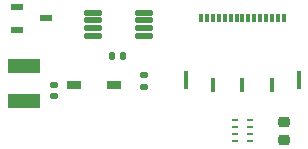
<source format=gbp>
%TF.GenerationSoftware,KiCad,Pcbnew,9.0.4*%
%TF.CreationDate,2026-02-10T01:39:38-05:00*%
%TF.ProjectId,main_board_peripheral_v3,6d61696e-5f62-46f6-9172-645f70657269,rev?*%
%TF.SameCoordinates,Original*%
%TF.FileFunction,Paste,Bot*%
%TF.FilePolarity,Positive*%
%FSLAX46Y46*%
G04 Gerber Fmt 4.6, Leading zero omitted, Abs format (unit mm)*
G04 Created by KiCad (PCBNEW 9.0.4) date 2026-02-10 01:39:38*
%MOMM*%
%LPD*%
G01*
G04 APERTURE LIST*
G04 Aperture macros list*
%AMRoundRect*
0 Rectangle with rounded corners*
0 $1 Rounding radius*
0 $2 $3 $4 $5 $6 $7 $8 $9 X,Y pos of 4 corners*
0 Add a 4 corners polygon primitive as box body*
4,1,4,$2,$3,$4,$5,$6,$7,$8,$9,$2,$3,0*
0 Add four circle primitives for the rounded corners*
1,1,$1+$1,$2,$3*
1,1,$1+$1,$4,$5*
1,1,$1+$1,$6,$7*
1,1,$1+$1,$8,$9*
0 Add four rect primitives between the rounded corners*
20,1,$1+$1,$2,$3,$4,$5,0*
20,1,$1+$1,$4,$5,$6,$7,0*
20,1,$1+$1,$6,$7,$8,$9,0*
20,1,$1+$1,$8,$9,$2,$3,0*%
G04 Aperture macros list end*
%ADD10RoundRect,0.060000X-0.675000X-0.180000X0.675000X-0.180000X0.675000X0.180000X-0.675000X0.180000X0*%
%ADD11RoundRect,0.140000X-0.170000X0.140000X-0.170000X-0.140000X0.170000X-0.140000X0.170000X0.140000X0*%
%ADD12R,1.200000X0.750000*%
%ADD13R,0.300000X0.650000*%
%ADD14R,0.300000X1.200000*%
%ADD15R,0.400000X1.550000*%
%ADD16R,2.810000X1.180000*%
%ADD17R,0.530000X0.260000*%
%ADD18R,1.050000X0.600000*%
%ADD19RoundRect,0.225000X-0.250000X0.225000X-0.250000X-0.225000X0.250000X-0.225000X0.250000X0.225000X0*%
%ADD20RoundRect,0.140000X0.140000X0.170000X-0.140000X0.170000X-0.140000X-0.170000X0.140000X-0.170000X0*%
%ADD21RoundRect,0.140000X0.170000X-0.140000X0.170000X0.140000X-0.170000X0.140000X-0.170000X-0.140000X0*%
G04 APERTURE END LIST*
D10*
%TO.C,U1*%
X102350000Y-82975000D03*
X102350000Y-82325000D03*
X102350000Y-81675000D03*
X102350000Y-81025000D03*
X106650000Y-81025000D03*
X106650000Y-81675000D03*
X106650000Y-82325000D03*
X106650000Y-82975000D03*
%TD*%
D11*
%TO.C,C3*%
X106700000Y-86330000D03*
X106700000Y-87290000D03*
%TD*%
D12*
%TO.C,D1*%
X100710000Y-87120000D03*
X104110000Y-87120000D03*
%TD*%
D13*
%TO.C,J4*%
X118500000Y-81500000D03*
X118000000Y-81500000D03*
X117500000Y-81500000D03*
X117000000Y-81500000D03*
X116500000Y-81500000D03*
X116000000Y-81500000D03*
X115500000Y-81500000D03*
X115000000Y-81500000D03*
X114500000Y-81500000D03*
X114000000Y-81500000D03*
X113500000Y-81500000D03*
X113000000Y-81500000D03*
X112500000Y-81500000D03*
X112000000Y-81500000D03*
X111500000Y-81500000D03*
D14*
X117500000Y-87175000D03*
X115000000Y-87175000D03*
X112500000Y-87175000D03*
D15*
X119750000Y-86750000D03*
X110250000Y-86750000D03*
%TD*%
D16*
%TO.C,F1*%
X96500000Y-88485000D03*
X96500000Y-85515000D03*
%TD*%
D17*
%TO.C,PS1*%
X115600000Y-90100000D03*
X115600000Y-90700000D03*
X115600000Y-91300000D03*
X115600000Y-91900000D03*
X114400000Y-91900000D03*
X114400000Y-91300000D03*
X114400000Y-90700000D03*
X114400000Y-90100000D03*
%TD*%
D18*
%TO.C,Q1*%
X95900000Y-82450000D03*
X95900000Y-80550000D03*
X98350000Y-81500000D03*
%TD*%
D19*
%TO.C,C4*%
X118520000Y-90265000D03*
X118520000Y-91815000D03*
%TD*%
D20*
%TO.C,C2*%
X104920000Y-84670000D03*
X103960000Y-84670000D03*
%TD*%
D21*
%TO.C,C1*%
X99010000Y-88080000D03*
X99010000Y-87120000D03*
%TD*%
M02*

</source>
